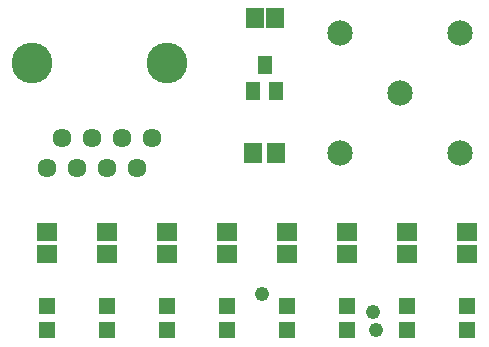
<source format=gts>
G75*
%MOIN*%
%OFA0B0*%
%FSLAX24Y24*%
%IPPOS*%
%LPD*%
%AMOC8*
5,1,8,0,0,1.08239X$1,22.5*
%
%ADD10C,0.0634*%
%ADD11C,0.1360*%
%ADD12C,0.0845*%
%ADD13R,0.0592X0.0671*%
%ADD14R,0.0474X0.0631*%
%ADD15R,0.0710X0.0592*%
%ADD16R,0.0552X0.0552*%
%ADD17C,0.0480*%
D10*
X001430Y008680D03*
X002430Y008680D03*
X003430Y008680D03*
X004430Y008680D03*
X003930Y009680D03*
X004930Y009680D03*
X002930Y009680D03*
X001930Y009680D03*
D11*
X000930Y012180D03*
X005430Y012180D03*
D12*
X011180Y013180D03*
X013180Y011180D03*
X015180Y013180D03*
X015180Y009180D03*
X011180Y009180D03*
D13*
X009054Y009180D03*
X008306Y009180D03*
X008345Y013680D03*
X009015Y013680D03*
D14*
X008680Y012113D03*
X008306Y011247D03*
X009054Y011247D03*
D15*
X009430Y006554D03*
X009430Y005806D03*
X007430Y005806D03*
X007430Y006554D03*
X005430Y006554D03*
X005430Y005806D03*
X003430Y005806D03*
X003430Y006554D03*
X001430Y006554D03*
X001430Y005806D03*
X011430Y005806D03*
X011430Y006554D03*
X013430Y006554D03*
X013430Y005806D03*
X015430Y005806D03*
X015430Y006554D03*
D16*
X001430Y003267D03*
X001430Y004093D03*
X003430Y004093D03*
X003430Y003267D03*
X005430Y003267D03*
X005430Y004093D03*
X007430Y004093D03*
X007430Y003267D03*
X009430Y003267D03*
X009430Y004093D03*
X011430Y004093D03*
X011430Y003267D03*
X013430Y003267D03*
X013430Y004093D03*
X015430Y004093D03*
X015430Y003267D03*
D17*
X012380Y003280D03*
X012280Y003880D03*
X008580Y004480D03*
M02*

</source>
